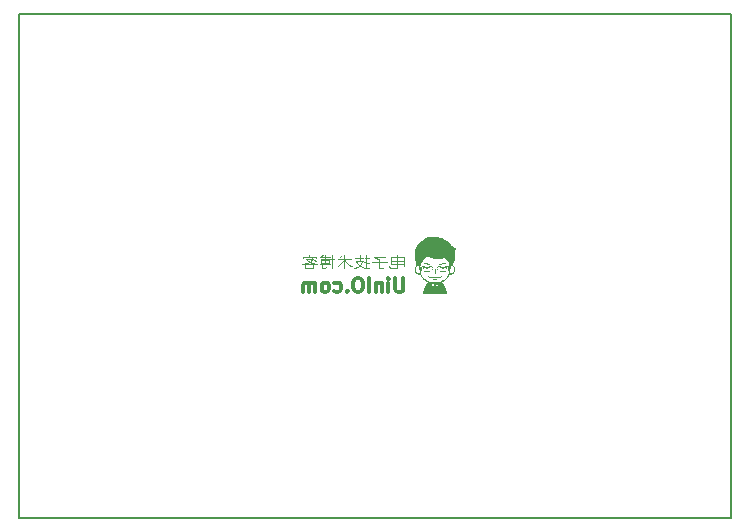
<source format=gbo>
%TF.GenerationSoftware,KiCad,Pcbnew,(6.0.8)*%
%TF.CreationDate,2022-10-12T18:40:44+08:00*%
%TF.ProjectId,UINIO-LCD2.4-ST7789,55494e49-4f2d-44c4-9344-322e342d5354,rev?*%
%TF.SameCoordinates,Original*%
%TF.FileFunction,Legend,Bot*%
%TF.FilePolarity,Positive*%
%FSLAX46Y46*%
G04 Gerber Fmt 4.6, Leading zero omitted, Abs format (unit mm)*
G04 Created by KiCad (PCBNEW (6.0.8)) date 2022-10-12 18:40:44*
%MOMM*%
%LPD*%
G01*
G04 APERTURE LIST*
%ADD10C,0.100000*%
%ADD11C,0.300000*%
%ADD12C,0.200000*%
%ADD13R,1.700000X1.700000*%
%ADD14O,1.700000X1.700000*%
G04 APERTURE END LIST*
D10*
X162920480Y-105261940D02*
X161825242Y-105261940D01*
X162920480Y-105547654D02*
X161825242Y-105547654D01*
X162349051Y-105880987D02*
X161730004Y-105880987D01*
X162920480Y-104928607D02*
X162920480Y-105642892D01*
X162349051Y-104738130D02*
X162349051Y-105880987D01*
X162920480Y-104928607D02*
X161825242Y-104928607D01*
X161825242Y-105547654D01*
X161682385Y-105642892D02*
X161730004Y-105880987D01*
X161444289Y-105357178D02*
X160206194Y-105357178D01*
X161110956Y-105880987D02*
X160825242Y-105880987D01*
X160825242Y-105119083D02*
X160825242Y-105880987D01*
X161301432Y-104880987D02*
X160349051Y-104880987D01*
X160491908Y-104976226D01*
X160825242Y-105119083D01*
X159491908Y-104976226D02*
X158777623Y-104976226D01*
X159968099Y-105023845D02*
X159587147Y-105023845D01*
X159920480Y-105880987D02*
X159777623Y-105880987D01*
X159730004Y-104738130D02*
X159730004Y-105880987D01*
X159158575Y-104738130D02*
X159158575Y-105261940D01*
X159396670Y-105261940D02*
X159301432Y-105500035D01*
X159063337Y-105738130D01*
X158730004Y-105880987D01*
X159491908Y-105261940D02*
X158825242Y-105261940D01*
X158920480Y-105452416D01*
X159158575Y-105690511D01*
X159587147Y-105880987D01*
X159539527Y-105357178D02*
X159968099Y-105452416D01*
X158444289Y-105071464D02*
X157301432Y-105071464D01*
X157872861Y-104738130D02*
X157872861Y-105880987D01*
X157825242Y-105166702D02*
X157349051Y-105690511D01*
X157920480Y-105071464D02*
X157682385Y-105309559D01*
X158301432Y-105595273D02*
X158491908Y-105690511D01*
X157872861Y-105023845D02*
X157968099Y-105261940D01*
X158349051Y-105642892D01*
X157682385Y-104785749D02*
X157491908Y-104880987D01*
X156634766Y-104928607D02*
X155777623Y-104928607D01*
X157015718Y-105119083D02*
X156634766Y-105119083D01*
X156539527Y-105214321D02*
X155872861Y-105214321D01*
X156539527Y-105404797D02*
X155872861Y-105404797D01*
X156634766Y-105547654D02*
X155777623Y-105547654D01*
X156206194Y-105880987D02*
X156015718Y-105880987D01*
X156825242Y-104738130D02*
X156825242Y-105880987D01*
X156539527Y-105071464D02*
X156539527Y-105404797D01*
X156206194Y-104738130D02*
X156206194Y-105404797D01*
X156015718Y-105404797D02*
X156015718Y-105880987D01*
X156539527Y-105071464D02*
X155872861Y-105071464D01*
X155872861Y-105404797D01*
X156444289Y-105642892D02*
X156301432Y-105785749D01*
X156063337Y-104785749D02*
X155872861Y-104833368D01*
X155253813Y-105833368D02*
X154539527Y-105833368D01*
X155491908Y-104880987D02*
X155491908Y-105023845D01*
X155253813Y-105500035D02*
X155253813Y-105880987D01*
X154920480Y-104738130D02*
X154920480Y-104880987D01*
X155396670Y-105547654D02*
X154539527Y-105547654D01*
X154539527Y-105880987D01*
X155491908Y-104880987D02*
X154349051Y-104880987D01*
X154349051Y-105023845D01*
X155110956Y-104976226D02*
X155301432Y-105166702D01*
X155491908Y-105261940D01*
X155158575Y-105071464D02*
X155015718Y-105261940D01*
X154777623Y-105404797D01*
X154301432Y-105547654D01*
X155158575Y-105071464D02*
X154587147Y-105071464D01*
X154777623Y-105261940D01*
X155110956Y-105452416D01*
X155539527Y-105547654D01*
D11*
X162855718Y-106691464D02*
X162855718Y-107662892D01*
X162798575Y-107777178D01*
X162741432Y-107834321D01*
X162627147Y-107891464D01*
X162398575Y-107891464D01*
X162284289Y-107834321D01*
X162227147Y-107777178D01*
X162170004Y-107662892D01*
X162170004Y-106691464D01*
X161598575Y-107891464D02*
X161598575Y-107091464D01*
X161598575Y-106691464D02*
X161655718Y-106748607D01*
X161598575Y-106805749D01*
X161541432Y-106748607D01*
X161598575Y-106691464D01*
X161598575Y-106805749D01*
X161027147Y-107091464D02*
X161027147Y-107891464D01*
X161027147Y-107205749D02*
X160970004Y-107148607D01*
X160855718Y-107091464D01*
X160684289Y-107091464D01*
X160570004Y-107148607D01*
X160512861Y-107262892D01*
X160512861Y-107891464D01*
X159941432Y-107891464D02*
X159941432Y-106691464D01*
X159141432Y-106691464D02*
X158912861Y-106691464D01*
X158798575Y-106748607D01*
X158684289Y-106862892D01*
X158627147Y-107091464D01*
X158627147Y-107491464D01*
X158684289Y-107720035D01*
X158798575Y-107834321D01*
X158912861Y-107891464D01*
X159141432Y-107891464D01*
X159255718Y-107834321D01*
X159370004Y-107720035D01*
X159427147Y-107491464D01*
X159427147Y-107091464D01*
X159370004Y-106862892D01*
X159255718Y-106748607D01*
X159141432Y-106691464D01*
X158112861Y-107777178D02*
X158055718Y-107834321D01*
X158112861Y-107891464D01*
X158170004Y-107834321D01*
X158112861Y-107777178D01*
X158112861Y-107891464D01*
X157027147Y-107834321D02*
X157141432Y-107891464D01*
X157370004Y-107891464D01*
X157484289Y-107834321D01*
X157541432Y-107777178D01*
X157598575Y-107662892D01*
X157598575Y-107320035D01*
X157541432Y-107205749D01*
X157484289Y-107148607D01*
X157370004Y-107091464D01*
X157141432Y-107091464D01*
X157027147Y-107148607D01*
X156341432Y-107891464D02*
X156455718Y-107834321D01*
X156512861Y-107777178D01*
X156570004Y-107662892D01*
X156570004Y-107320035D01*
X156512861Y-107205749D01*
X156455718Y-107148607D01*
X156341432Y-107091464D01*
X156170004Y-107091464D01*
X156055718Y-107148607D01*
X155998575Y-107205749D01*
X155941432Y-107320035D01*
X155941432Y-107662892D01*
X155998575Y-107777178D01*
X156055718Y-107834321D01*
X156170004Y-107891464D01*
X156341432Y-107891464D01*
X155427147Y-107891464D02*
X155427147Y-107091464D01*
X155427147Y-107205749D02*
X155370004Y-107148607D01*
X155255718Y-107091464D01*
X155084289Y-107091464D01*
X154970004Y-107148607D01*
X154912861Y-107262892D01*
X154912861Y-107891464D01*
X154912861Y-107262892D02*
X154855718Y-107148607D01*
X154741432Y-107091464D01*
X154570004Y-107091464D01*
X154455718Y-107148607D01*
X154398575Y-107262892D01*
X154398575Y-107891464D01*
D12*
X130330000Y-127030000D02*
X190590000Y-127030000D01*
X190590000Y-127030000D02*
X190590000Y-84310000D01*
X190590000Y-84310000D02*
X130330000Y-84310000D01*
X130330000Y-84310000D02*
X130330000Y-127030000D01*
D11*
%TO.C,*%
G36*
X164972744Y-106512644D02*
G01*
X164994144Y-106518660D01*
X165002680Y-106539822D01*
X165007212Y-106559413D01*
X165016459Y-106579220D01*
X165024371Y-106585480D01*
X165055172Y-106597026D01*
X165103682Y-106607133D01*
X165167231Y-106615693D01*
X165243151Y-106622596D01*
X165328771Y-106627732D01*
X165421423Y-106630993D01*
X165518438Y-106632267D01*
X165617145Y-106631447D01*
X165714876Y-106628422D01*
X165808962Y-106623083D01*
X165896732Y-106615321D01*
X165953318Y-106608291D01*
X166002222Y-106599078D01*
X166034946Y-106587804D01*
X166054499Y-106573379D01*
X166063887Y-106554711D01*
X166063954Y-106554447D01*
X166074554Y-106534196D01*
X166094788Y-106530962D01*
X166104670Y-106533320D01*
X166115977Y-106544957D01*
X166118868Y-106571269D01*
X166118604Y-106579061D01*
X166112891Y-106603192D01*
X166098123Y-106622829D01*
X166072184Y-106638729D01*
X166032959Y-106651648D01*
X165978333Y-106662340D01*
X165906190Y-106671563D01*
X165814416Y-106680072D01*
X165784170Y-106682331D01*
X165680658Y-106687345D01*
X165568287Y-106689301D01*
X165452139Y-106688346D01*
X165337298Y-106684624D01*
X165228846Y-106678281D01*
X165131865Y-106669461D01*
X165051438Y-106658309D01*
X165003418Y-106646050D01*
X164965252Y-106624299D01*
X164945039Y-106593185D01*
X164941306Y-106551275D01*
X164944324Y-106529748D01*
X164953052Y-106515869D01*
X164971736Y-106512639D01*
X164972744Y-106512644D01*
G37*
G36*
X165687619Y-107315873D02*
G01*
X165689373Y-107333572D01*
X165687528Y-107346203D01*
X165679518Y-107355319D01*
X165674740Y-107350911D01*
X165675350Y-107333572D01*
X165679493Y-107320791D01*
X165685205Y-107311826D01*
X165687619Y-107315873D01*
G37*
G36*
X165221822Y-107284643D02*
G01*
X165216385Y-107290079D01*
X165210949Y-107284643D01*
X165216385Y-107279206D01*
X165221822Y-107284643D01*
G37*
G36*
X165721993Y-107284643D02*
G01*
X165716557Y-107290079D01*
X165711120Y-107284643D01*
X165716557Y-107279206D01*
X165721993Y-107284643D01*
G37*
G36*
X165337804Y-107282830D02*
G01*
X165339505Y-107286101D01*
X165330555Y-107290079D01*
X165324799Y-107289295D01*
X165323306Y-107282830D01*
X165324900Y-107281529D01*
X165337804Y-107282830D01*
G37*
G36*
X166417884Y-107866364D02*
G01*
X166417099Y-107872120D01*
X166410635Y-107873612D01*
X166409333Y-107872019D01*
X166410635Y-107859115D01*
X166413905Y-107857414D01*
X166417884Y-107866364D01*
G37*
G36*
X165607661Y-105947650D02*
G01*
X165613851Y-105958860D01*
X165618359Y-105980978D01*
X165621890Y-106017616D01*
X165625150Y-106072384D01*
X165628172Y-106116341D01*
X165633467Y-106166549D01*
X165639767Y-106207073D01*
X165646273Y-106231886D01*
X165650008Y-106241929D01*
X165652714Y-106280727D01*
X165634407Y-106314156D01*
X165595022Y-106342351D01*
X165585317Y-106346999D01*
X165557912Y-106356702D01*
X165540197Y-106357992D01*
X165535571Y-106355432D01*
X165526858Y-106338605D01*
X165530430Y-106318007D01*
X165545302Y-106304053D01*
X165558571Y-106297872D01*
X165582543Y-106281701D01*
X165586859Y-106277833D01*
X165594669Y-106266203D01*
X165593622Y-106249730D01*
X165583885Y-106220832D01*
X165580974Y-106211776D01*
X165573010Y-106170326D01*
X165567960Y-106117587D01*
X165566151Y-106061493D01*
X165567912Y-106009977D01*
X165573570Y-105970971D01*
X165583211Y-105949555D01*
X165600057Y-105943901D01*
X165607661Y-105947650D01*
G37*
G36*
X165830726Y-107284643D02*
G01*
X165825289Y-107290079D01*
X165819853Y-107284643D01*
X165825289Y-107279206D01*
X165830726Y-107284643D01*
G37*
G36*
X165189202Y-107230276D02*
G01*
X165183765Y-107235713D01*
X165178329Y-107230276D01*
X165183765Y-107224840D01*
X165189202Y-107230276D01*
G37*
G36*
X164678158Y-107844617D02*
G01*
X164677373Y-107850373D01*
X164670909Y-107851866D01*
X164669607Y-107850272D01*
X164670909Y-107837368D01*
X164674179Y-107835667D01*
X164678158Y-107844617D01*
G37*
G36*
X164634664Y-107975096D02*
G01*
X164633880Y-107980853D01*
X164627416Y-107982345D01*
X164626114Y-107980752D01*
X164627416Y-107967848D01*
X164630686Y-107966146D01*
X164634664Y-107975096D01*
G37*
G36*
X164786099Y-105438667D02*
G01*
X164867390Y-105445860D01*
X164939877Y-105459366D01*
X165009748Y-105480326D01*
X165083188Y-105509882D01*
X165084988Y-105510682D01*
X165128253Y-105532752D01*
X165151733Y-105551266D01*
X165154982Y-105565688D01*
X165137554Y-105575478D01*
X165129790Y-105577276D01*
X165075982Y-105581537D01*
X165014392Y-105575724D01*
X164954410Y-105560600D01*
X164908974Y-105545761D01*
X164839385Y-105525549D01*
X164765033Y-105506168D01*
X164692253Y-105489165D01*
X164627383Y-105476086D01*
X164576760Y-105468476D01*
X164570124Y-105467757D01*
X164532494Y-105462275D01*
X164514509Y-105456180D01*
X164514314Y-105448888D01*
X164529972Y-105443970D01*
X164565328Y-105440151D01*
X164618177Y-105437661D01*
X164686389Y-105436651D01*
X164689817Y-105436643D01*
X164786099Y-105438667D01*
G37*
G36*
X166336977Y-107296088D02*
G01*
X166379421Y-107382842D01*
X166423509Y-107483863D01*
X166468256Y-107596903D01*
X166512675Y-107719716D01*
X166555782Y-107850054D01*
X166563004Y-107872907D01*
X166579676Y-107925592D01*
X166593698Y-107969795D01*
X166603772Y-108001429D01*
X166608600Y-108016410D01*
X166605964Y-108024525D01*
X166588600Y-108027938D01*
X166553130Y-108027283D01*
X166492926Y-108024026D01*
X166466388Y-107947913D01*
X166465184Y-107944464D01*
X166451253Y-107905258D01*
X166439524Y-107873396D01*
X166432428Y-107855490D01*
X166427508Y-107841032D01*
X166421999Y-107813458D01*
X166418884Y-107796203D01*
X166413306Y-107782048D01*
X166409207Y-107781396D01*
X166401215Y-107792984D01*
X166394202Y-107814618D01*
X166390288Y-107838863D01*
X166391588Y-107858288D01*
X166393881Y-107872707D01*
X166385168Y-107871741D01*
X166380907Y-107870645D01*
X166376183Y-107879162D01*
X166374685Y-107903477D01*
X166376060Y-107946493D01*
X166380250Y-108029463D01*
X164689031Y-108029463D01*
X164689031Y-108007075D01*
X164690727Y-107994494D01*
X164697186Y-107989721D01*
X164701788Y-107989720D01*
X164706822Y-107975891D01*
X164708048Y-107948808D01*
X164705680Y-107913647D01*
X164699930Y-107875581D01*
X164691012Y-107839784D01*
X164670705Y-107775666D01*
X164658580Y-107810448D01*
X164658138Y-107811742D01*
X164651959Y-107840877D01*
X164653281Y-107863017D01*
X164655447Y-107872385D01*
X164649325Y-107874141D01*
X164647927Y-107873874D01*
X164638653Y-107884249D01*
X164626032Y-107910486D01*
X164612139Y-107948436D01*
X164585735Y-108029395D01*
X164544227Y-108029429D01*
X164521271Y-108028435D01*
X164508243Y-108022962D01*
X164508215Y-108010435D01*
X164509031Y-108007555D01*
X164515152Y-107985351D01*
X164525383Y-107947836D01*
X164538517Y-107899446D01*
X164553347Y-107844617D01*
X164592235Y-107706379D01*
X164632612Y-107576475D01*
X164671892Y-107465170D01*
X164710676Y-107370892D01*
X164749564Y-107292068D01*
X164789157Y-107227124D01*
X164816150Y-107195294D01*
X164844405Y-107171041D01*
X165128273Y-107171041D01*
X165128703Y-107184901D01*
X165129197Y-107188205D01*
X165137326Y-107215380D01*
X165151048Y-107246514D01*
X165153056Y-107250365D01*
X165165202Y-107271133D01*
X165172443Y-107274560D01*
X165178438Y-107262824D01*
X165183176Y-107252075D01*
X165187992Y-107254114D01*
X165193764Y-107275579D01*
X165193987Y-107276557D01*
X165203974Y-107302036D01*
X165217050Y-107316013D01*
X165223641Y-107317482D01*
X165231492Y-107311341D01*
X165234262Y-107290682D01*
X165232809Y-107252023D01*
X165232708Y-107250387D01*
X165233326Y-107230505D01*
X165237379Y-107226031D01*
X165239754Y-107231237D01*
X165243877Y-107253584D01*
X165246572Y-107285834D01*
X165247683Y-107305160D01*
X165251640Y-107328093D01*
X165260955Y-107338517D01*
X165279091Y-107342467D01*
X165298377Y-107347752D01*
X165303018Y-107355892D01*
X165304052Y-107363410D01*
X165318496Y-107377744D01*
X165342324Y-107392836D01*
X165369045Y-107404774D01*
X165392170Y-107409645D01*
X165407045Y-107412124D01*
X165419845Y-107422033D01*
X165422707Y-107423689D01*
X165429737Y-107412688D01*
X165438174Y-107390817D01*
X165446003Y-107364346D01*
X165451206Y-107339549D01*
X165451496Y-107330854D01*
X165526659Y-107330854D01*
X165533194Y-107339816D01*
X165553457Y-107344446D01*
X165563097Y-107344109D01*
X165577220Y-107338853D01*
X165578696Y-107323545D01*
X165568948Y-107293505D01*
X165557255Y-107262896D01*
X165635007Y-107262896D01*
X165636553Y-107270448D01*
X165648599Y-107279372D01*
X165655029Y-107281191D01*
X165646383Y-107289539D01*
X165643937Y-107291186D01*
X165636177Y-107303706D01*
X165642604Y-107323545D01*
X165642981Y-107324710D01*
X165651672Y-107344368D01*
X165661921Y-107373343D01*
X165667096Y-107386084D01*
X165685344Y-107403133D01*
X165707114Y-107404260D01*
X165725725Y-107390448D01*
X165734496Y-107362677D01*
X165734499Y-107362599D01*
X165735826Y-107340522D01*
X165737488Y-107339294D01*
X165740654Y-107358034D01*
X165743195Y-107371270D01*
X165750635Y-107381752D01*
X165766208Y-107376679D01*
X165778653Y-107365639D01*
X165788494Y-107341345D01*
X165788673Y-107338264D01*
X165790746Y-107326653D01*
X165794658Y-107335929D01*
X165795863Y-107340037D01*
X165803724Y-107348783D01*
X165820580Y-107341468D01*
X165832454Y-107330084D01*
X165839623Y-107308255D01*
X165841599Y-107271154D01*
X165841637Y-107268333D01*
X165854333Y-107268333D01*
X165855316Y-107282979D01*
X165860995Y-107306604D01*
X165870911Y-107309297D01*
X165884710Y-107290794D01*
X165887571Y-107285097D01*
X165896038Y-107254969D01*
X165891349Y-107233209D01*
X165874298Y-107224840D01*
X165861363Y-107227457D01*
X165854903Y-107240025D01*
X165854333Y-107268333D01*
X165841637Y-107268333D01*
X165841951Y-107245098D01*
X165844868Y-107224180D01*
X165852951Y-107215614D01*
X165868783Y-107213966D01*
X165906839Y-107213966D01*
X165907047Y-107233522D01*
X165908007Y-107254969D01*
X165908167Y-107258545D01*
X165909931Y-107268333D01*
X165910310Y-107268190D01*
X165918296Y-107258033D01*
X165931678Y-107236753D01*
X165940033Y-107220992D01*
X165949813Y-107189229D01*
X165945950Y-107167593D01*
X165928586Y-107159600D01*
X165923556Y-107159832D01*
X165912844Y-107165094D01*
X165911992Y-107167945D01*
X165907984Y-107181357D01*
X165907412Y-107197656D01*
X165906839Y-107213966D01*
X165868783Y-107213966D01*
X165886514Y-107210774D01*
X165895966Y-107197656D01*
X165894647Y-107189220D01*
X165881710Y-107181935D01*
X165855043Y-107191426D01*
X165843813Y-107196899D01*
X165815958Y-107207846D01*
X165808649Y-107211017D01*
X165799762Y-107224568D01*
X165800183Y-107252133D01*
X165800357Y-107253680D01*
X165800057Y-107280350D01*
X165792369Y-107290079D01*
X165784900Y-107281720D01*
X165784914Y-107257459D01*
X165786455Y-107242830D01*
X165782503Y-107228288D01*
X165766720Y-107224840D01*
X165766181Y-107224842D01*
X165748644Y-107230908D01*
X165743740Y-107252023D01*
X165747117Y-107269950D01*
X165757331Y-107279372D01*
X165764162Y-107280547D01*
X165758962Y-107287527D01*
X165753486Y-107292268D01*
X165740792Y-107311826D01*
X165738830Y-107314595D01*
X165735447Y-107306098D01*
X165733725Y-107281924D01*
X165731754Y-107253637D01*
X165725116Y-107239263D01*
X165711120Y-107235713D01*
X165697373Y-107239102D01*
X165689373Y-107256818D01*
X165687782Y-107269264D01*
X165679514Y-107284016D01*
X165674630Y-107283063D01*
X165675346Y-107268348D01*
X165675368Y-107268261D01*
X165674933Y-107251185D01*
X165658022Y-107246586D01*
X165644189Y-107249644D01*
X165635007Y-107262896D01*
X165557255Y-107262896D01*
X165556330Y-107264561D01*
X165542150Y-107290079D01*
X165531921Y-107311837D01*
X165526659Y-107330854D01*
X165451496Y-107330854D01*
X165451768Y-107322699D01*
X165451052Y-107315368D01*
X165456212Y-107314380D01*
X165456306Y-107314470D01*
X165466339Y-107311643D01*
X165478992Y-107294108D01*
X165483776Y-107284754D01*
X165492192Y-107264561D01*
X165488522Y-107257866D01*
X165471908Y-107260610D01*
X165458852Y-107262286D01*
X165450161Y-107257676D01*
X165448268Y-107254980D01*
X165431471Y-107248015D01*
X165402946Y-107241975D01*
X165393622Y-107240561D01*
X165356370Y-107234664D01*
X165326833Y-107229654D01*
X165322388Y-107228918D01*
X165302919Y-107230115D01*
X165296851Y-107243655D01*
X165296781Y-107244749D01*
X165293963Y-107250798D01*
X165288206Y-107235713D01*
X165279593Y-107218410D01*
X165259388Y-107208530D01*
X165246780Y-107207120D01*
X165231720Y-107199835D01*
X165227272Y-107196398D01*
X165206297Y-107186739D01*
X165175685Y-107176206D01*
X165152918Y-107169555D01*
X165144178Y-107167974D01*
X165335304Y-107167974D01*
X165336305Y-107168458D01*
X165352040Y-107172528D01*
X165382501Y-107179099D01*
X165422341Y-107187002D01*
X165425434Y-107187588D01*
X165473082Y-107195293D01*
X165518305Y-107200543D01*
X165551695Y-107202229D01*
X165577655Y-107200165D01*
X165620754Y-107194181D01*
X165668903Y-107185815D01*
X165713381Y-107176604D01*
X165745465Y-107168086D01*
X165745664Y-107167945D01*
X165735361Y-107167023D01*
X165706876Y-107166225D01*
X165663326Y-107165596D01*
X165607826Y-107165184D01*
X165543490Y-107165036D01*
X165534855Y-107165039D01*
X165470908Y-107165217D01*
X165415736Y-107165646D01*
X165372584Y-107166279D01*
X165344692Y-107167070D01*
X165335304Y-107167974D01*
X165144178Y-107167974D01*
X165134620Y-107166245D01*
X165128273Y-107171041D01*
X164844405Y-107171041D01*
X164863627Y-107154541D01*
X164918593Y-107118799D01*
X164973369Y-107093630D01*
X165013058Y-107079903D01*
X164929876Y-107037370D01*
X164887662Y-107015440D01*
X164804849Y-106969407D01*
X164735132Y-106925160D01*
X164673354Y-106878986D01*
X164614355Y-106827170D01*
X164552978Y-106765999D01*
X164515555Y-106726254D01*
X164472783Y-106677612D01*
X164438691Y-106633318D01*
X164408815Y-106587434D01*
X164378692Y-106534018D01*
X164354811Y-106489809D01*
X164335514Y-106456169D01*
X164321010Y-106435594D01*
X164308447Y-106424861D01*
X164294968Y-106420746D01*
X164277719Y-106420027D01*
X164250299Y-106418094D01*
X164208137Y-106412337D01*
X164163615Y-106404122D01*
X164110477Y-106389707D01*
X164027179Y-106350917D01*
X163955959Y-106294313D01*
X163895607Y-106219060D01*
X163853558Y-106145067D01*
X163824586Y-106065635D01*
X163813615Y-105985100D01*
X163815080Y-105963538D01*
X163912220Y-105963538D01*
X163912499Y-105998690D01*
X163914458Y-106038826D01*
X163919480Y-106068651D01*
X163928929Y-106095071D01*
X163944174Y-106124989D01*
X163963210Y-106155637D01*
X164014509Y-106215937D01*
X164075842Y-106265949D01*
X164140864Y-106300026D01*
X164165550Y-106308136D01*
X164208746Y-106318360D01*
X164244367Y-106322357D01*
X164244641Y-106322357D01*
X164272181Y-106320972D01*
X164282936Y-106315095D01*
X164281755Y-106302098D01*
X164273097Y-106269657D01*
X164260996Y-106207303D01*
X164249588Y-106129022D01*
X164239353Y-106038232D01*
X164230769Y-105938350D01*
X164225778Y-105870509D01*
X164321435Y-105870509D01*
X164323370Y-105905983D01*
X164327180Y-105952515D01*
X164332415Y-106005713D01*
X164338623Y-106061185D01*
X164345353Y-106114537D01*
X164352155Y-106161377D01*
X164358578Y-106197314D01*
X164388511Y-106315095D01*
X164389412Y-106318639D01*
X164432625Y-106434468D01*
X164488481Y-106538732D01*
X164559427Y-106635943D01*
X164647911Y-106730610D01*
X164722947Y-106796799D01*
X164848978Y-106885523D01*
X164987544Y-106959440D01*
X165135254Y-107016830D01*
X165288720Y-107055971D01*
X165307168Y-107059104D01*
X165354688Y-107065291D01*
X165410917Y-107070871D01*
X165470801Y-107075526D01*
X165529292Y-107078936D01*
X165581336Y-107080783D01*
X165621882Y-107080748D01*
X165645880Y-107078512D01*
X165651108Y-107077444D01*
X165676137Y-107073303D01*
X165714261Y-107067599D01*
X165759544Y-107061234D01*
X165851865Y-107043773D01*
X165973327Y-107008487D01*
X166095500Y-106960754D01*
X166211537Y-106903319D01*
X166314587Y-106838925D01*
X166323007Y-106832810D01*
X166381759Y-106784240D01*
X166444895Y-106723647D01*
X166506864Y-106656951D01*
X166562116Y-106590078D01*
X166605099Y-106528949D01*
X166614932Y-106512659D01*
X166669650Y-106399961D01*
X166694960Y-106322357D01*
X166801957Y-106322357D01*
X166846415Y-106322348D01*
X166865086Y-106320901D01*
X166915749Y-106307667D01*
X166971262Y-106283354D01*
X167024654Y-106251328D01*
X167068954Y-106214951D01*
X167080600Y-106202996D01*
X167119066Y-106155790D01*
X167144350Y-106106890D01*
X167159100Y-106049827D01*
X167165970Y-105978126D01*
X167167066Y-105951957D01*
X167167404Y-105909616D01*
X167164232Y-105878139D01*
X167156507Y-105850222D01*
X167143185Y-105818559D01*
X167121523Y-105779045D01*
X167091928Y-105736571D01*
X167059520Y-105698029D01*
X167028611Y-105668525D01*
X167003512Y-105653164D01*
X166990480Y-105652594D01*
X166966872Y-105663805D01*
X166934082Y-105690806D01*
X166911581Y-105710479D01*
X166897646Y-105721109D01*
X166888192Y-105728321D01*
X166874805Y-105735199D01*
X166874277Y-105735273D01*
X166868716Y-105747138D01*
X166865026Y-105776710D01*
X166863688Y-105820297D01*
X166863192Y-105843095D01*
X166862485Y-105875575D01*
X166856875Y-105966574D01*
X166847507Y-106062296D01*
X166835290Y-106153927D01*
X166821135Y-106232652D01*
X166801957Y-106322357D01*
X166694960Y-106322357D01*
X166712248Y-106269347D01*
X166742688Y-106120965D01*
X166760927Y-105954965D01*
X166768690Y-105843095D01*
X166741483Y-105855491D01*
X166738385Y-105856967D01*
X166722729Y-105869020D01*
X166717919Y-105880047D01*
X166713772Y-105889554D01*
X166708362Y-105925198D01*
X166707116Y-105935573D01*
X166689736Y-106002708D01*
X166658660Y-106058521D01*
X166616106Y-106098833D01*
X166593872Y-106111421D01*
X166557197Y-106125618D01*
X166511158Y-106136535D01*
X166453293Y-106144483D01*
X166381138Y-106149776D01*
X166292231Y-106152726D01*
X166184108Y-106153645D01*
X166127612Y-106153605D01*
X166062008Y-106153246D01*
X166012463Y-106152273D01*
X165975613Y-106150393D01*
X165948095Y-106147314D01*
X165926546Y-106142747D01*
X165907602Y-106136398D01*
X165887902Y-106127977D01*
X165867066Y-106117232D01*
X165826359Y-106090178D01*
X165794074Y-106061520D01*
X165777678Y-106040184D01*
X165753629Y-105999423D01*
X165732267Y-105953732D01*
X165716970Y-105910608D01*
X165711120Y-105877548D01*
X165710489Y-105871900D01*
X165702624Y-105862127D01*
X165682124Y-105855475D01*
X165644436Y-105850070D01*
X165638078Y-105849424D01*
X165591710Y-105847155D01*
X165536234Y-105847343D01*
X165482298Y-105849993D01*
X165386843Y-105857460D01*
X165386664Y-105858423D01*
X165379506Y-105896907D01*
X165362542Y-105959336D01*
X165325548Y-106030038D01*
X165271854Y-106086881D01*
X165201195Y-106130211D01*
X165193541Y-106133660D01*
X165175757Y-106140476D01*
X165155977Y-106145520D01*
X165130909Y-106149055D01*
X165097263Y-106151345D01*
X165051746Y-106152653D01*
X164991067Y-106153243D01*
X164911933Y-106153380D01*
X164865742Y-106153255D01*
X164767863Y-106151810D01*
X164688019Y-106148444D01*
X164623612Y-106142785D01*
X164572047Y-106134462D01*
X164530725Y-106123102D01*
X164497050Y-106108332D01*
X164468425Y-106089780D01*
X164466418Y-106088227D01*
X164423348Y-106041159D01*
X164395543Y-105981434D01*
X164385170Y-105913635D01*
X164383402Y-105888184D01*
X164375036Y-105868668D01*
X164355991Y-105856144D01*
X164334794Y-105848420D01*
X164322700Y-105847820D01*
X164321827Y-105850485D01*
X164321435Y-105870509D01*
X164225778Y-105870509D01*
X164223498Y-105839512D01*
X164419588Y-105839512D01*
X164419803Y-105899426D01*
X164421459Y-105917594D01*
X164434991Y-105980275D01*
X164461072Y-106028290D01*
X164501707Y-106063542D01*
X164558903Y-106087937D01*
X164634664Y-106103377D01*
X164655121Y-106105921D01*
X164722500Y-106112176D01*
X164799157Y-106116905D01*
X164878916Y-106119918D01*
X164955599Y-106121028D01*
X165023031Y-106120047D01*
X165075033Y-106116786D01*
X165114000Y-106111181D01*
X165190993Y-106088417D01*
X165251742Y-106051503D01*
X165296726Y-106000093D01*
X165326419Y-105933839D01*
X165331400Y-105916344D01*
X165341763Y-105858423D01*
X165339259Y-105836173D01*
X165755290Y-105836173D01*
X165757422Y-105889520D01*
X165776471Y-105955903D01*
X165794745Y-105995567D01*
X165831810Y-106043808D01*
X165882175Y-106079128D01*
X165948042Y-106102912D01*
X166031609Y-106116546D01*
X166062562Y-106119348D01*
X166127847Y-106123453D01*
X166190866Y-106124239D01*
X166259535Y-106121684D01*
X166341771Y-106115771D01*
X166434971Y-106106422D01*
X166509730Y-106094375D01*
X166567064Y-106078166D01*
X166609133Y-106056233D01*
X166638097Y-106027016D01*
X166656114Y-105988952D01*
X166665346Y-105940483D01*
X166667952Y-105880047D01*
X166667108Y-105837540D01*
X166662333Y-105799942D01*
X166651179Y-105775559D01*
X166631240Y-105759695D01*
X166600111Y-105747653D01*
X166563167Y-105738565D01*
X166497044Y-105728495D01*
X166417080Y-105721194D01*
X166327701Y-105716664D01*
X166233335Y-105714905D01*
X166138406Y-105715916D01*
X166047342Y-105719696D01*
X165964569Y-105726247D01*
X165894513Y-105735569D01*
X165841599Y-105747660D01*
X165803043Y-105764534D01*
X165770392Y-105794848D01*
X165755290Y-105836173D01*
X165339259Y-105836173D01*
X165336804Y-105814365D01*
X165315071Y-105781634D01*
X165275115Y-105757698D01*
X165215485Y-105740020D01*
X165212973Y-105739475D01*
X165149466Y-105729289D01*
X165071121Y-105722035D01*
X164982493Y-105717657D01*
X164888138Y-105716102D01*
X164792609Y-105717314D01*
X164700463Y-105721239D01*
X164616254Y-105727821D01*
X164544538Y-105737007D01*
X164489871Y-105748741D01*
X164486550Y-105749746D01*
X164451628Y-105767539D01*
X164429752Y-105796505D01*
X164419588Y-105839512D01*
X164223498Y-105839512D01*
X164217317Y-105755498D01*
X164184060Y-105741596D01*
X164156374Y-105726522D01*
X164153570Y-105724190D01*
X164319339Y-105724190D01*
X164319729Y-105750288D01*
X164322911Y-105777586D01*
X164331207Y-105794268D01*
X164346862Y-105807098D01*
X164347356Y-105807421D01*
X164367272Y-105818684D01*
X164377086Y-105820940D01*
X164378114Y-105819058D01*
X164385977Y-105802728D01*
X164398083Y-105776465D01*
X164402932Y-105766635D01*
X164423745Y-105738712D01*
X164453961Y-105718577D01*
X164497680Y-105704108D01*
X164559000Y-105693183D01*
X164620677Y-105685766D01*
X164724907Y-105677492D01*
X164831478Y-105673688D01*
X164936983Y-105674171D01*
X165038016Y-105678760D01*
X165131167Y-105687270D01*
X165213029Y-105699520D01*
X165280196Y-105715326D01*
X165329259Y-105734505D01*
X165329578Y-105734679D01*
X165351223Y-105754236D01*
X165368523Y-105782286D01*
X165382904Y-105816749D01*
X165547014Y-105813486D01*
X165711125Y-105810222D01*
X165727545Y-105778470D01*
X165734791Y-105766425D01*
X165756417Y-105743770D01*
X165788057Y-105725284D01*
X165832054Y-105710272D01*
X165890755Y-105698036D01*
X165966502Y-105687879D01*
X166061640Y-105679103D01*
X166067323Y-105678668D01*
X166144841Y-105674811D01*
X166229874Y-105673806D01*
X166317553Y-105675431D01*
X166403010Y-105679460D01*
X166481377Y-105685670D01*
X166547785Y-105693838D01*
X166597368Y-105703739D01*
X166610480Y-105707921D01*
X166653287Y-105730593D01*
X166687002Y-105761807D01*
X166705353Y-105796194D01*
X166705390Y-105796338D01*
X166714625Y-105817698D01*
X166728303Y-105819106D01*
X166749143Y-105800854D01*
X166749569Y-105800379D01*
X166756753Y-105790102D01*
X166761650Y-105775829D01*
X166764526Y-105754013D01*
X166765651Y-105721109D01*
X166765293Y-105673571D01*
X166763717Y-105607853D01*
X166762851Y-105577447D01*
X166760790Y-105519772D01*
X166758141Y-105477596D01*
X166754236Y-105446546D01*
X166748405Y-105422243D01*
X166739977Y-105400314D01*
X166728282Y-105376381D01*
X166692337Y-105310984D01*
X166628808Y-105216881D01*
X166560008Y-105141783D01*
X166483993Y-105084035D01*
X166398822Y-105041984D01*
X166302551Y-105013976D01*
X166302053Y-105013872D01*
X166262257Y-105006110D01*
X166238268Y-105003621D01*
X166224841Y-105006444D01*
X166216728Y-105014618D01*
X166199212Y-105039556D01*
X166176468Y-105063220D01*
X166150182Y-105076205D01*
X166112480Y-105083731D01*
X166108518Y-105084272D01*
X166054126Y-105089095D01*
X165984148Y-105091842D01*
X165904136Y-105092585D01*
X165819643Y-105091398D01*
X165736219Y-105088352D01*
X165659417Y-105083521D01*
X165594789Y-105076975D01*
X165500074Y-105061902D01*
X165369604Y-105033831D01*
X165235628Y-104997795D01*
X165104458Y-104955690D01*
X164982406Y-104909415D01*
X164875786Y-104860867D01*
X164857697Y-104851742D01*
X164829890Y-104838560D01*
X164815263Y-104834407D01*
X164809589Y-104838637D01*
X164808637Y-104850604D01*
X164803054Y-104874383D01*
X164787851Y-104911054D01*
X164765827Y-104955144D01*
X164739786Y-105001393D01*
X164712529Y-105044537D01*
X164686857Y-105079314D01*
X164685237Y-105081247D01*
X164651683Y-105116850D01*
X164609448Y-105156048D01*
X164567273Y-105190701D01*
X164557909Y-105197898D01*
X164500915Y-105248493D01*
X164454203Y-105304574D01*
X164415302Y-105370205D01*
X164381742Y-105449451D01*
X164351052Y-105546376D01*
X164348534Y-105555502D01*
X164333193Y-105619717D01*
X164323022Y-105678408D01*
X164319339Y-105724190D01*
X164153570Y-105724190D01*
X164135285Y-105708983D01*
X164116506Y-105691996D01*
X164089258Y-105674495D01*
X164071623Y-105666604D01*
X164057276Y-105666733D01*
X164040689Y-105677742D01*
X164015442Y-105702024D01*
X163999232Y-105719820D01*
X163967709Y-105761239D01*
X163942121Y-105802786D01*
X163933853Y-105819169D01*
X163922394Y-105847061D01*
X163915832Y-105875775D01*
X163912873Y-105912278D01*
X163912220Y-105963538D01*
X163815080Y-105963538D01*
X163819490Y-105898602D01*
X163830810Y-105849153D01*
X163853124Y-105786782D01*
X163882113Y-105726076D01*
X163914554Y-105673658D01*
X163947222Y-105636155D01*
X163955281Y-105628975D01*
X163973652Y-105609620D01*
X163978480Y-105594354D01*
X163972749Y-105576168D01*
X163964211Y-105546815D01*
X163960521Y-105512193D01*
X163959216Y-105495582D01*
X163951768Y-105457434D01*
X163939919Y-105417563D01*
X163936618Y-105408173D01*
X163908773Y-105313558D01*
X163884224Y-105202881D01*
X163863607Y-105081116D01*
X163847558Y-104953236D01*
X163836713Y-104824213D01*
X163831708Y-104699020D01*
X163833178Y-104582631D01*
X163834178Y-104562921D01*
X163846848Y-104431807D01*
X163869162Y-104304558D01*
X163900035Y-104185481D01*
X163938377Y-104078882D01*
X163983101Y-103989069D01*
X163996834Y-103967583D01*
X164043319Y-103907202D01*
X164101485Y-103843807D01*
X164165948Y-103782644D01*
X164231322Y-103728957D01*
X164292222Y-103687993D01*
X164329553Y-103665018D01*
X164374537Y-103631171D01*
X164400346Y-103601838D01*
X164407957Y-103589505D01*
X164459823Y-103523964D01*
X164528667Y-103459341D01*
X164610578Y-103398307D01*
X164701647Y-103343532D01*
X164797965Y-103297688D01*
X164895623Y-103263445D01*
X164959510Y-103248335D01*
X165053781Y-103232987D01*
X165160721Y-103221431D01*
X165275468Y-103213878D01*
X165393161Y-103210538D01*
X165508938Y-103211623D01*
X165617938Y-103217343D01*
X165715301Y-103227908D01*
X165782488Y-103238680D01*
X165991122Y-103285912D01*
X166190931Y-103352885D01*
X166382864Y-103439956D01*
X166567867Y-103547479D01*
X166568462Y-103547865D01*
X166634654Y-103592484D01*
X166693594Y-103636451D01*
X166749330Y-103683383D01*
X166805910Y-103736899D01*
X166867382Y-103800620D01*
X166937796Y-103878162D01*
X166941416Y-103882227D01*
X167007830Y-103955504D01*
X167063363Y-104013764D01*
X167110306Y-104059103D01*
X167150950Y-104093616D01*
X167187587Y-104119399D01*
X167222507Y-104138546D01*
X167237512Y-104146270D01*
X167269101Y-104166241D01*
X167290223Y-104184636D01*
X167306386Y-104217738D01*
X167306225Y-104257191D01*
X167289270Y-104294911D01*
X167256919Y-104325006D01*
X167233240Y-104339762D01*
X167214823Y-104351618D01*
X167210957Y-104356748D01*
X167208006Y-104372439D01*
X167208051Y-104400701D01*
X167211142Y-104444516D01*
X167217326Y-104506868D01*
X167217496Y-104508477D01*
X167223534Y-104578137D01*
X167228530Y-104659316D01*
X167231968Y-104742058D01*
X167233334Y-104816406D01*
X167233638Y-104851268D01*
X167236366Y-104932129D01*
X167241718Y-104997675D01*
X167249473Y-105044745D01*
X167256231Y-105075014D01*
X167262885Y-105111176D01*
X167265613Y-105135286D01*
X167265526Y-105138059D01*
X167255121Y-105165468D01*
X167232236Y-105193513D01*
X167203732Y-105215354D01*
X167176467Y-105224155D01*
X167171722Y-105224336D01*
X167162524Y-105227150D01*
X167154496Y-105235795D01*
X167146396Y-105253335D01*
X167136982Y-105282835D01*
X167125011Y-105327359D01*
X167109240Y-105389972D01*
X167100869Y-105423485D01*
X167087265Y-105477360D01*
X167075865Y-105521778D01*
X167067669Y-105552855D01*
X167063680Y-105566703D01*
X167066176Y-105574638D01*
X167081598Y-105593054D01*
X167106842Y-105615619D01*
X167153476Y-105660555D01*
X167205725Y-105735230D01*
X167245132Y-105824291D01*
X167261316Y-105892847D01*
X167262084Y-105909616D01*
X167265419Y-105982454D01*
X167252700Y-106071635D01*
X167223629Y-106153189D01*
X167183758Y-106222396D01*
X167121970Y-106296373D01*
X167048396Y-106352279D01*
X166962145Y-106390752D01*
X166862330Y-106412430D01*
X166830552Y-106416623D01*
X166794410Y-106422687D01*
X166772569Y-106429335D01*
X166760499Y-106438165D01*
X166753672Y-106450776D01*
X166751027Y-106457357D01*
X166730634Y-106498774D01*
X166700887Y-106550297D01*
X166665362Y-106606245D01*
X166627638Y-106660933D01*
X166591293Y-106708678D01*
X166572116Y-106731770D01*
X166515878Y-106793264D01*
X166456230Y-106848211D01*
X166388880Y-106900010D01*
X166309539Y-106952062D01*
X166213917Y-107007766D01*
X166102374Y-107069971D01*
X166161989Y-107099138D01*
X166186544Y-107112887D01*
X166226645Y-107141368D01*
X166257611Y-107170371D01*
X166260968Y-107174371D01*
X166271415Y-107189229D01*
X166297164Y-107225848D01*
X166336977Y-107296088D01*
G37*
G36*
X165417541Y-107349882D02*
G01*
X165412105Y-107355319D01*
X165406668Y-107349882D01*
X165412105Y-107344446D01*
X165417541Y-107349882D01*
G37*
G36*
X165276188Y-107284643D02*
G01*
X165270752Y-107290079D01*
X165265315Y-107284643D01*
X165270752Y-107279206D01*
X165276188Y-107284643D01*
G37*
G36*
X166382143Y-105432451D02*
G01*
X166433772Y-105434180D01*
X166481842Y-105437295D01*
X166521808Y-105441505D01*
X166549121Y-105446520D01*
X166559236Y-105452047D01*
X166556821Y-105454234D01*
X166538132Y-105460015D01*
X166504978Y-105466607D01*
X166462190Y-105472968D01*
X166454524Y-105474027D01*
X166404086Y-105483205D01*
X166341609Y-105497229D01*
X166274305Y-105514388D01*
X166209386Y-105532970D01*
X166144338Y-105551963D01*
X166071895Y-105569947D01*
X166014119Y-105579648D01*
X165968082Y-105581516D01*
X165930859Y-105576004D01*
X165912887Y-105567498D01*
X165912626Y-105554843D01*
X165932340Y-105537787D01*
X165972517Y-105515621D01*
X166016588Y-105496275D01*
X166101926Y-105467939D01*
X166194220Y-105446546D01*
X166284372Y-105434466D01*
X166286398Y-105434313D01*
X166331503Y-105432398D01*
X166382143Y-105432451D01*
G37*
G36*
X165827102Y-107217591D02*
G01*
X165828803Y-107220861D01*
X165819853Y-107224840D01*
X165814097Y-107224055D01*
X165812604Y-107217591D01*
X165814198Y-107216289D01*
X165827102Y-107217591D01*
G37*
G36*
X165376087Y-107282652D02*
G01*
X165381120Y-107286565D01*
X165369517Y-107289221D01*
X165358489Y-107288452D01*
X165355246Y-107283510D01*
X165359093Y-107281355D01*
X165376087Y-107282652D01*
G37*
G36*
X165302510Y-107280060D02*
G01*
X165303372Y-107290079D01*
X165301140Y-107293333D01*
X165291857Y-107300953D01*
X165290772Y-107300670D01*
X165287062Y-107290079D01*
X165287504Y-107287099D01*
X165298577Y-107279206D01*
X165302510Y-107280060D01*
G37*
G36*
X165359550Y-107348070D02*
G01*
X165361251Y-107351341D01*
X165352301Y-107355319D01*
X165346545Y-107354534D01*
X165345053Y-107348070D01*
X165346646Y-107346769D01*
X165359550Y-107348070D01*
G37*
G36*
X165689373Y-107377066D02*
G01*
X165688589Y-107382822D01*
X165682125Y-107384314D01*
X165680823Y-107382721D01*
X165682125Y-107369817D01*
X165685395Y-107368116D01*
X165689373Y-107377066D01*
G37*
G36*
X166240743Y-105759582D02*
G01*
X166316657Y-105761609D01*
X166400790Y-105764935D01*
X166463977Y-105768962D01*
X166506673Y-105773720D01*
X166529335Y-105779241D01*
X166547454Y-105791296D01*
X166558893Y-105816026D01*
X166550467Y-105847063D01*
X166522267Y-105883076D01*
X166502261Y-105902116D01*
X166481005Y-105916811D01*
X166465265Y-105916793D01*
X166450239Y-105903416D01*
X166444614Y-105894843D01*
X166445562Y-105880374D01*
X166461676Y-105859923D01*
X166486914Y-105833059D01*
X166449681Y-105832939D01*
X166411824Y-105830935D01*
X166372773Y-105826258D01*
X166365359Y-105825082D01*
X166342242Y-105824217D01*
X166328124Y-105833921D01*
X166314449Y-105858998D01*
X166310298Y-105867672D01*
X166299406Y-105889599D01*
X166294320Y-105898462D01*
X166292457Y-105899038D01*
X166276311Y-105904659D01*
X166249348Y-105914295D01*
X166246953Y-105915158D01*
X166216157Y-105925724D01*
X166196080Y-105929191D01*
X166177474Y-105925636D01*
X166151087Y-105915141D01*
X166150814Y-105915027D01*
X166117456Y-105892753D01*
X166090559Y-105860775D01*
X166078867Y-105843004D01*
X166059646Y-105826491D01*
X166034227Y-105822185D01*
X166007410Y-105827206D01*
X165975817Y-105845528D01*
X165965340Y-105854712D01*
X165949113Y-105862209D01*
X165934341Y-105855070D01*
X165929618Y-105850858D01*
X165919058Y-105832758D01*
X165925510Y-105812035D01*
X165949882Y-105784560D01*
X165982052Y-105753739D01*
X166240743Y-105759582D01*
G37*
G36*
X165384921Y-107349882D02*
G01*
X165379485Y-107355319D01*
X165374048Y-107349882D01*
X165379485Y-107344446D01*
X165384921Y-107349882D01*
G37*
G36*
X165928586Y-107219403D02*
G01*
X165923149Y-107224840D01*
X165917712Y-107219403D01*
X165923149Y-107213966D01*
X165928586Y-107219403D01*
G37*
G36*
X165419580Y-107282652D02*
G01*
X165424613Y-107286565D01*
X165413011Y-107289221D01*
X165401982Y-107288452D01*
X165398739Y-107283510D01*
X165402586Y-107281355D01*
X165419580Y-107282652D01*
G37*
G36*
X165798106Y-107306389D02*
G01*
X165792670Y-107311826D01*
X165787233Y-107306389D01*
X165792670Y-107300953D01*
X165798106Y-107306389D01*
G37*
G36*
X165189202Y-107203093D02*
G01*
X165188417Y-107208849D01*
X165181953Y-107210342D01*
X165180652Y-107208748D01*
X165181953Y-107195844D01*
X165185224Y-107194143D01*
X165189202Y-107203093D01*
G37*
G36*
X165682300Y-106798068D02*
G01*
X165697528Y-106799226D01*
X165704672Y-106804223D01*
X165711120Y-106822785D01*
X165709151Y-106833770D01*
X165697528Y-106848091D01*
X165694023Y-106848867D01*
X165671565Y-106850544D01*
X165633272Y-106851638D01*
X165583417Y-106852059D01*
X165526274Y-106851716D01*
X165498453Y-106851348D01*
X165445000Y-106850354D01*
X165408535Y-106848777D01*
X165385691Y-106846076D01*
X165373100Y-106841709D01*
X165367396Y-106835135D01*
X165365211Y-106825813D01*
X165364559Y-106820141D01*
X165365830Y-106812508D01*
X165372894Y-106807227D01*
X165388940Y-106803749D01*
X165417159Y-106801523D01*
X165460740Y-106800000D01*
X165522874Y-106798629D01*
X165548355Y-106798161D01*
X165603496Y-106797521D01*
X165649550Y-106797495D01*
X165682300Y-106798068D01*
G37*
G36*
X165297935Y-107317262D02*
G01*
X165292498Y-107322699D01*
X165287062Y-107317262D01*
X165292498Y-107311826D01*
X165297935Y-107317262D01*
G37*
G36*
X164667284Y-107893547D02*
G01*
X164661848Y-107898983D01*
X164656411Y-107893547D01*
X164661848Y-107888110D01*
X164667284Y-107893547D01*
G37*
G36*
X165463889Y-107280867D02*
G01*
X165466471Y-107290079D01*
X165464242Y-107293369D01*
X165455598Y-107300953D01*
X165454025Y-107300441D01*
X165444724Y-107290079D01*
X165443854Y-107284320D01*
X165455598Y-107279206D01*
X165463889Y-107280867D01*
G37*
G36*
X166461377Y-107980533D02*
G01*
X166455940Y-107985970D01*
X166450503Y-107980533D01*
X166455940Y-107975096D01*
X166461377Y-107980533D01*
G37*
G36*
X166420747Y-107895997D02*
G01*
X166419721Y-107913731D01*
X166416976Y-107923271D01*
X166412892Y-107929844D01*
X166409067Y-107916433D01*
X166408643Y-107914448D01*
X166403297Y-107902720D01*
X166394208Y-107910997D01*
X166393548Y-107911939D01*
X166386205Y-107920640D01*
X166387744Y-107910807D01*
X166391477Y-107903587D01*
X166408998Y-107892934D01*
X166420747Y-107895997D01*
G37*
G36*
X165128336Y-105782077D02*
G01*
X165149028Y-105807463D01*
X165155358Y-105832596D01*
X165141809Y-105853530D01*
X165138215Y-105856133D01*
X165122118Y-105857926D01*
X165099320Y-105843988D01*
X165083376Y-105833159D01*
X165046777Y-105821644D01*
X165014652Y-105830270D01*
X164989647Y-105858682D01*
X164988394Y-105860923D01*
X164964550Y-105890691D01*
X164935526Y-105912720D01*
X164915182Y-105920719D01*
X164868607Y-105925192D01*
X164823324Y-105913945D01*
X164785436Y-105889076D01*
X164761045Y-105852684D01*
X164748834Y-105820254D01*
X164678158Y-105827729D01*
X164643105Y-105831925D01*
X164615315Y-105836244D01*
X164603017Y-105839501D01*
X164604513Y-105847182D01*
X164616609Y-105863750D01*
X164628421Y-105879176D01*
X164633101Y-105899992D01*
X164617567Y-105913406D01*
X164597769Y-105914986D01*
X164567992Y-105900028D01*
X164537561Y-105866741D01*
X164532186Y-105858905D01*
X164517304Y-105827598D01*
X164520634Y-105803664D01*
X164542413Y-105783017D01*
X164553132Y-105777639D01*
X164570342Y-105772885D01*
X164595874Y-105769109D01*
X164632414Y-105766095D01*
X164682647Y-105763626D01*
X164749257Y-105761487D01*
X164834929Y-105759462D01*
X165100090Y-105753831D01*
X165128336Y-105782077D01*
G37*
%TD*%
%LPC*%
D13*
%TO.C,J1*%
X138355000Y-128310000D03*
D14*
X140895000Y-128310000D03*
X143435000Y-128310000D03*
X145975000Y-128310000D03*
X148515000Y-128310000D03*
X151055000Y-128310000D03*
X153595000Y-128310000D03*
X156135000Y-128310000D03*
%TD*%
M02*

</source>
